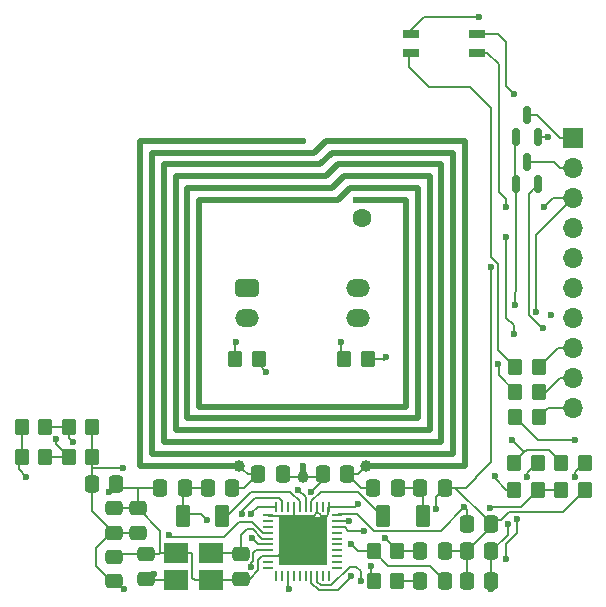
<source format=gbr>
%TF.GenerationSoftware,KiCad,Pcbnew,7.0.11+dfsg-1build4*%
%TF.CreationDate,2026-01-29T22:08:19-05:00*%
%TF.ProjectId,compact-nfc,636f6d70-6163-4742-9d6e-66632e6b6963,rev?*%
%TF.SameCoordinates,Original*%
%TF.FileFunction,Copper,L1,Top*%
%TF.FilePolarity,Positive*%
%FSLAX46Y46*%
G04 Gerber Fmt 4.6, Leading zero omitted, Abs format (unit mm)*
G04 Created by KiCad (PCBNEW 7.0.11+dfsg-1build4) date 2026-01-29 22:08:19*
%MOMM*%
%LPD*%
G01*
G04 APERTURE LIST*
G04 Aperture macros list*
%AMRoundRect*
0 Rectangle with rounded corners*
0 $1 Rounding radius*
0 $2 $3 $4 $5 $6 $7 $8 $9 X,Y pos of 4 corners*
0 Add a 4 corners polygon primitive as box body*
4,1,4,$2,$3,$4,$5,$6,$7,$8,$9,$2,$3,0*
0 Add four circle primitives for the rounded corners*
1,1,$1+$1,$2,$3*
1,1,$1+$1,$4,$5*
1,1,$1+$1,$6,$7*
1,1,$1+$1,$8,$9*
0 Add four rect primitives between the rounded corners*
20,1,$1+$1,$2,$3,$4,$5,0*
20,1,$1+$1,$4,$5,$6,$7,0*
20,1,$1+$1,$6,$7,$8,$9,0*
20,1,$1+$1,$8,$9,$2,$3,0*%
G04 Aperture macros list end*
%TA.AperFunction,EtchedComponent*%
%ADD10C,0.500000*%
%TD*%
%TA.AperFunction,SMDPad,CuDef*%
%ADD11RoundRect,0.250000X0.350000X0.450000X-0.350000X0.450000X-0.350000X-0.450000X0.350000X-0.450000X0*%
%TD*%
%TA.AperFunction,SMDPad,CuDef*%
%ADD12RoundRect,0.250000X0.337500X0.475000X-0.337500X0.475000X-0.337500X-0.475000X0.337500X-0.475000X0*%
%TD*%
%TA.AperFunction,SMDPad,CuDef*%
%ADD13RoundRect,0.250000X-0.350000X-0.450000X0.350000X-0.450000X0.350000X0.450000X-0.350000X0.450000X0*%
%TD*%
%TA.AperFunction,SMDPad,CuDef*%
%ADD14R,2.100000X1.800000*%
%TD*%
%TA.AperFunction,SMDPad,CuDef*%
%ADD15RoundRect,0.250000X-0.337500X-0.475000X0.337500X-0.475000X0.337500X0.475000X-0.337500X0.475000X0*%
%TD*%
%TA.AperFunction,SMDPad,CuDef*%
%ADD16R,1.400000X0.800000*%
%TD*%
%TA.AperFunction,SMDPad,CuDef*%
%ADD17RoundRect,0.250000X0.475000X-0.337500X0.475000X0.337500X-0.475000X0.337500X-0.475000X-0.337500X0*%
%TD*%
%TA.AperFunction,SMDPad,CuDef*%
%ADD18C,1.000000*%
%TD*%
%TA.AperFunction,ComponentPad*%
%ADD19C,0.600000*%
%TD*%
%TA.AperFunction,ComponentPad*%
%ADD20R,1.700000X1.700000*%
%TD*%
%TA.AperFunction,ComponentPad*%
%ADD21O,1.700000X1.700000*%
%TD*%
%TA.AperFunction,SMDPad,CuDef*%
%ADD22RoundRect,0.250000X0.362500X0.700000X-0.362500X0.700000X-0.362500X-0.700000X0.362500X-0.700000X0*%
%TD*%
%TA.AperFunction,SMDPad,CuDef*%
%ADD23RoundRect,0.062500X-0.062500X0.375000X-0.062500X-0.375000X0.062500X-0.375000X0.062500X0.375000X0*%
%TD*%
%TA.AperFunction,SMDPad,CuDef*%
%ADD24RoundRect,0.062500X-0.375000X0.062500X-0.375000X-0.062500X0.375000X-0.062500X0.375000X0.062500X0*%
%TD*%
%TA.AperFunction,HeatsinkPad*%
%ADD25R,4.100000X4.100000*%
%TD*%
%TA.AperFunction,SMDPad,CuDef*%
%ADD26RoundRect,0.250000X-0.475000X0.337500X-0.475000X-0.337500X0.475000X-0.337500X0.475000X0.337500X0*%
%TD*%
%TA.AperFunction,SMDPad,CuDef*%
%ADD27RoundRect,0.250000X-0.362500X-0.700000X0.362500X-0.700000X0.362500X0.700000X-0.362500X0.700000X0*%
%TD*%
%TA.AperFunction,WasherPad*%
%ADD28C,1.600000*%
%TD*%
%TA.AperFunction,ComponentPad*%
%ADD29RoundRect,0.340500X0.659500X-0.409500X0.659500X0.409500X-0.659500X0.409500X-0.659500X-0.409500X0*%
%TD*%
%TA.AperFunction,ComponentPad*%
%ADD30O,2.000000X1.500000*%
%TD*%
%TA.AperFunction,SMDPad,CuDef*%
%ADD31RoundRect,0.150000X0.150000X-0.587500X0.150000X0.587500X-0.150000X0.587500X-0.150000X-0.587500X0*%
%TD*%
%TA.AperFunction,ViaPad*%
%ADD32C,0.600000*%
%TD*%
%TA.AperFunction,Conductor*%
%ADD33C,0.200000*%
%TD*%
G04 APERTURE END LIST*
D10*
%TO.C,L_pcb1*%
X111250000Y-111250000D02*
X111250000Y-138750000D01*
X111250000Y-111250000D02*
X125000000Y-111250000D01*
X111250000Y-138750000D02*
X119600000Y-138750000D01*
X112250000Y-112250000D02*
X112250000Y-137750000D01*
X112250000Y-112250000D02*
X126000000Y-112250000D01*
X112250000Y-137750000D02*
X137750000Y-137750000D01*
X113250000Y-113250000D02*
X113250000Y-136750000D01*
X113250000Y-113250000D02*
X126500000Y-113250000D01*
X113250000Y-136750000D02*
X136750000Y-136750000D01*
X114250000Y-114250000D02*
X114250000Y-135750000D01*
X114250000Y-114250000D02*
X127000000Y-114250000D01*
X114250000Y-135750000D02*
X135750000Y-135750000D01*
X115250000Y-115250000D02*
X115250000Y-134750000D01*
X115250000Y-115250000D02*
X127500000Y-115250000D01*
X115250000Y-134750000D02*
X134750000Y-134750000D01*
X116250000Y-116250000D02*
X116250000Y-133750000D01*
X116250000Y-116250000D02*
X128000000Y-116250000D01*
X116250000Y-133750000D02*
X133750000Y-133750000D01*
X125000000Y-138750000D02*
X125000000Y-139200000D01*
X126000000Y-112250000D02*
X127000000Y-111250000D01*
X126500000Y-113250000D02*
X127500000Y-112250000D01*
X127000000Y-114250000D02*
X128000000Y-113250000D01*
X127500000Y-115250000D02*
X128500000Y-114250000D01*
X128000000Y-116250000D02*
X129000000Y-115250000D01*
X130400000Y-138750000D02*
X138750000Y-138750000D01*
X133750000Y-116250000D02*
X129500000Y-116250000D01*
X133750000Y-116250000D02*
X133750000Y-133750000D01*
X134750000Y-115250000D02*
X129000000Y-115250000D01*
X134750000Y-115250000D02*
X134750000Y-134750000D01*
X135750000Y-114250000D02*
X128500000Y-114250000D01*
X135750000Y-114250000D02*
X135750000Y-135750000D01*
X136750000Y-113250000D02*
X128000000Y-113250000D01*
X136750000Y-113250000D02*
X136750000Y-136750000D01*
X137750000Y-112250000D02*
X127500000Y-112250000D01*
X137750000Y-112250000D02*
X137750000Y-137750000D01*
X138750000Y-111250000D02*
X127000000Y-111250000D01*
X138750000Y-111250000D02*
X138750000Y-138750000D01*
%TD*%
D11*
%TO.P,R7,1*%
%TO.N,Net-(U2-I1)*%
X103200000Y-135500000D03*
%TO.P,R7,2*%
%TO.N,GND*%
X101200000Y-135500000D03*
%TD*%
D12*
%TO.P,C5,1*%
%TO.N,Net-(C3-Pad1)*%
X115037500Y-140650000D03*
%TO.P,C5,2*%
%TO.N,GND*%
X112962500Y-140650000D03*
%TD*%
D11*
%TO.P,R2,1*%
%TO.N,Net-(C8-Pad1)*%
X133000000Y-148500000D03*
%TO.P,R2,2*%
%TO.N,Net-(C3-Pad1)*%
X131000000Y-148500000D03*
%TD*%
%TO.P,R8,1*%
%TO.N,Net-(U2-I0)*%
X103200000Y-138000000D03*
%TO.P,R8,2*%
%TO.N,GND*%
X101200000Y-138000000D03*
%TD*%
D13*
%TO.P,R4,1*%
%TO.N,/RSTPD_N*%
X146900000Y-140800000D03*
%TO.P,R4,2*%
%TO.N,GND*%
X148900000Y-140800000D03*
%TD*%
D11*
%TO.P,R11,1*%
%TO.N,/SENS_LED*%
X121300000Y-129700000D03*
%TO.P,R11,2*%
%TO.N,Net-(R11-Pad2)*%
X119300000Y-129700000D03*
%TD*%
D14*
%TO.P,Y1,1,1*%
%TO.N,Net-(U2-OSCIN)*%
X114300000Y-148450000D03*
%TO.P,Y1,2,2*%
%TO.N,GND*%
X117200000Y-148450000D03*
%TO.P,Y1,3,3*%
%TO.N,Net-(U2-OSCOUT)*%
X117200000Y-146150000D03*
%TO.P,Y1,4,4*%
%TO.N,GND*%
X114300000Y-146150000D03*
%TD*%
D15*
%TO.P,C1,1*%
%TO.N,Net-(C1-Pad1)*%
X121222500Y-139500000D03*
%TO.P,C1,2*%
%TO.N,GND*%
X123297500Y-139500000D03*
%TD*%
%TO.P,C2,1*%
%TO.N,GND*%
X126702500Y-139500000D03*
%TO.P,C2,2*%
%TO.N,Net-(C2-Pad2)*%
X128777500Y-139500000D03*
%TD*%
D12*
%TO.P,C4,1*%
%TO.N,Net-(C4-Pad1)*%
X133037500Y-140650000D03*
%TO.P,C4,2*%
%TO.N,Net-(C2-Pad2)*%
X130962500Y-140650000D03*
%TD*%
D11*
%TO.P,R6,1*%
%TO.N,+3.3V*%
X107200000Y-138000000D03*
%TO.P,R6,2*%
%TO.N,Net-(U2-I0)*%
X105200000Y-138000000D03*
%TD*%
D16*
%TO.P,D1,1,RK*%
%TO.N,Net-(D1-RK)*%
X134200000Y-103800000D03*
%TO.P,D1,2,A*%
%TO.N,VCC*%
X139800000Y-103800000D03*
%TO.P,D1,3,GK*%
%TO.N,Net-(D1-GK)*%
X134200000Y-102200000D03*
%TO.P,D1,4,BK*%
%TO.N,Net-(D1-BK)*%
X139800000Y-102200000D03*
%TD*%
D17*
%TO.P,C13,1*%
%TO.N,+3.3V*%
X109000000Y-144437500D03*
%TO.P,C13,2*%
%TO.N,GND*%
X109000000Y-142362500D03*
%TD*%
D18*
%TO.P,L_pcb1,1,1*%
%TO.N,Net-(C1-Pad1)*%
X119600000Y-138750000D03*
%TO.P,L_pcb1,2,2*%
%TO.N,GND*%
X125000000Y-139700000D03*
%TO.P,L_pcb1,3,3*%
%TO.N,Net-(C2-Pad2)*%
X130400000Y-138750000D03*
D19*
%TO.P,L_pcb1,B*%
%TO.N,N/C*%
X125000000Y-111250000D03*
X129500000Y-116250000D03*
%TO.P,L_pcb1,G*%
X125000000Y-135750000D03*
X125000000Y-138750000D03*
%TD*%
D15*
%TO.P,C12,1*%
%TO.N,VCC*%
X138912500Y-143700000D03*
%TO.P,C12,2*%
%TO.N,GND*%
X140987500Y-143700000D03*
%TD*%
D20*
%TO.P,J1,1,Pin_1*%
%TO.N,Net-(J1-Pin_1)*%
X147900000Y-111000000D03*
D21*
%TO.P,J1,2,Pin_2*%
%TO.N,Net-(J1-Pin_2)*%
X147900000Y-113540000D03*
%TO.P,J1,3,Pin_3*%
%TO.N,VCC*%
X147900000Y-116080000D03*
%TO.P,J1,4,Pin_4*%
%TO.N,GND*%
X147900000Y-118620000D03*
%TO.P,J1,5,Pin_5*%
%TO.N,/SENS_DET*%
X147900000Y-121160000D03*
%TO.P,J1,6,Pin_6*%
%TO.N,/SENS_LED*%
X147900000Y-123700000D03*
%TO.P,J1,7,Pin_7*%
%TO.N,/RSTPD_N*%
X147900000Y-126240000D03*
%TO.P,J1,8,Pin_8*%
%TO.N,/LED_KR*%
X147900000Y-128780000D03*
%TO.P,J1,9,Pin_9*%
%TO.N,/LED_KG*%
X147900000Y-131320000D03*
%TO.P,J1,10,Pin_10*%
%TO.N,/LED_KB*%
X147900000Y-133860000D03*
%TD*%
D11*
%TO.P,R13,1*%
%TO.N,/LED_KR*%
X145000000Y-130400000D03*
%TO.P,R13,2*%
%TO.N,Net-(D1-RK)*%
X143000000Y-130400000D03*
%TD*%
D13*
%TO.P,R9,1*%
%TO.N,+3.3V*%
X142900000Y-138500000D03*
%TO.P,R9,2*%
%TO.N,Net-(Q2-S)*%
X144900000Y-138500000D03*
%TD*%
D22*
%TO.P,L1,1,1*%
%TO.N,Net-(U2-TX2)*%
X118162500Y-143000000D03*
%TO.P,L1,2,2*%
%TO.N,Net-(C3-Pad1)*%
X114837500Y-143000000D03*
%TD*%
D23*
%TO.P,U2,1,DVSS*%
%TO.N,GND*%
X127250000Y-142240000D03*
%TO.P,U2,2,LOADMOD*%
%TO.N,unconnected-(U2-LOADMOD-Pad2)*%
X126750000Y-142240000D03*
%TO.P,U2,3,TVSS1*%
%TO.N,GND*%
X126250000Y-142240000D03*
%TO.P,U2,4,TX1*%
%TO.N,Net-(U2-TX1)*%
X125750000Y-142240000D03*
%TO.P,U2,5,TVDD*%
%TO.N,+3.3V*%
X125250000Y-142240000D03*
%TO.P,U2,6,TX2*%
%TO.N,Net-(U2-TX2)*%
X124750000Y-142240000D03*
%TO.P,U2,7,TVSS2*%
%TO.N,GND*%
X124250000Y-142240000D03*
%TO.P,U2,8,AVDD*%
%TO.N,+3.3V*%
X123750000Y-142240000D03*
%TO.P,U2,9,VMID*%
%TO.N,Net-(U2-VMID)*%
X123250000Y-142240000D03*
%TO.P,U2,10,RX*%
%TO.N,Net-(U2-RX)*%
X122750000Y-142240000D03*
D24*
%TO.P,U2,11,AVSS*%
%TO.N,GND*%
X122062500Y-142927500D03*
%TO.P,U2,12,AUX1*%
%TO.N,/AUX1*%
X122062500Y-143427500D03*
%TO.P,U2,13,AUX2*%
%TO.N,/AUX2*%
X122062500Y-143927500D03*
%TO.P,U2,14,OSCIN*%
%TO.N,Net-(U2-OSCIN)*%
X122062500Y-144427500D03*
%TO.P,U2,15,OSCOUT*%
%TO.N,Net-(U2-OSCOUT)*%
X122062500Y-144927500D03*
%TO.P,U2,16,I0*%
%TO.N,Net-(U2-I0)*%
X122062500Y-145427500D03*
%TO.P,U2,17,I1*%
%TO.N,Net-(U2-I1)*%
X122062500Y-145927500D03*
%TO.P,U2,18,TESTEN*%
%TO.N,GND*%
X122062500Y-146427500D03*
%TO.P,U2,19,P35*%
%TO.N,unconnected-(U2-P35-Pad19)*%
X122062500Y-146927500D03*
%TO.P,U2,20,N.C.*%
%TO.N,unconnected-(U2-N.C.-Pad20)*%
X122062500Y-147427500D03*
D23*
%TO.P,U2,21,N.C.*%
%TO.N,unconnected-(U2-N.C.-Pad21)*%
X122750000Y-148115000D03*
%TO.P,U2,22,N.C.*%
%TO.N,unconnected-(U2-N.C.-Pad22)*%
X123250000Y-148115000D03*
%TO.P,U2,23,PVDD*%
%TO.N,+3.3V*%
X123750000Y-148115000D03*
%TO.P,U2,24,P30/UART_RX*%
%TO.N,/UART_RX*%
X124250000Y-148115000D03*
%TO.P,U2,25,P70_IRQ*%
%TO.N,/IRQ*%
X124750000Y-148115000D03*
%TO.P,U2,26,~{RSTOUT}*%
%TO.N,unconnected-(U2-~{RSTOUT}-Pad26)*%
X125250000Y-148115000D03*
%TO.P,U2,27,NSS/P50_SCL/HSU_RX*%
%TO.N,Net-(Q1-S)*%
X125750000Y-148115000D03*
%TO.P,U2,28,MOSI/SDA/HSU_TX*%
%TO.N,Net-(Q2-S)*%
X126250000Y-148115000D03*
%TO.P,U2,29,MISO/P71*%
%TO.N,/CIPO*%
X126750000Y-148115000D03*
%TO.P,U2,30,SCK/P72*%
%TO.N,/SCK*%
X127250000Y-148115000D03*
D24*
%TO.P,U2,31,P31/UART_TX*%
%TO.N,/UART_TX*%
X127937500Y-147427500D03*
%TO.P,U2,32,P32_INT0*%
%TO.N,unconnected-(U2-P32_INT0-Pad32)*%
X127937500Y-146927500D03*
%TO.P,U2,33,P33_INT1*%
%TO.N,unconnected-(U2-P33_INT1-Pad33)*%
X127937500Y-146427500D03*
%TO.P,U2,34,SIC_CLK/P34*%
%TO.N,unconnected-(U2-SIC_CLK{slash}P34-Pad34)*%
X127937500Y-145927500D03*
%TO.P,U2,35,SIGOUT*%
%TO.N,unconnected-(U2-SIGOUT-Pad35)*%
X127937500Y-145427500D03*
%TO.P,U2,36,SIGIN*%
%TO.N,unconnected-(U2-SIGIN-Pad36)*%
X127937500Y-144927500D03*
%TO.P,U2,37,SVDD*%
%TO.N,unconnected-(U2-SVDD-Pad37)*%
X127937500Y-144427500D03*
%TO.P,U2,38,~{RSTPD}*%
%TO.N,/RSTPD_N*%
X127937500Y-143927500D03*
%TO.P,U2,39,DVDD*%
%TO.N,+3.3V*%
X127937500Y-143427500D03*
%TO.P,U2,40,VBAT*%
%TO.N,VCC*%
X127937500Y-142927500D03*
D25*
%TO.P,U2,41,AVSS*%
%TO.N,GND*%
X125000000Y-145177500D03*
%TD*%
D17*
%TO.P,C17,1*%
%TO.N,GND*%
X119800000Y-148337500D03*
%TO.P,C17,2*%
%TO.N,Net-(U2-OSCOUT)*%
X119800000Y-146262500D03*
%TD*%
D12*
%TO.P,C6,1*%
%TO.N,GND*%
X137037500Y-140650000D03*
%TO.P,C6,2*%
%TO.N,Net-(C4-Pad1)*%
X134962500Y-140650000D03*
%TD*%
%TO.P,C14,1*%
%TO.N,+3.3V*%
X140987500Y-146000000D03*
%TO.P,C14,2*%
%TO.N,GND*%
X138912500Y-146000000D03*
%TD*%
D26*
%TO.P,C16,1*%
%TO.N,GND*%
X111700000Y-146262500D03*
%TO.P,C16,2*%
%TO.N,Net-(U2-OSCIN)*%
X111700000Y-148337500D03*
%TD*%
D15*
%TO.P,C3,1*%
%TO.N,Net-(C3-Pad1)*%
X116962500Y-140650000D03*
%TO.P,C3,2*%
%TO.N,Net-(C1-Pad1)*%
X119037500Y-140650000D03*
%TD*%
D11*
%TO.P,R15,1*%
%TO.N,/LED_KB*%
X145000000Y-134620000D03*
%TO.P,R15,2*%
%TO.N,Net-(D1-BK)*%
X143000000Y-134620000D03*
%TD*%
D15*
%TO.P,C9,1*%
%TO.N,+3.3V*%
X107145000Y-140300000D03*
%TO.P,C9,2*%
%TO.N,GND*%
X109220000Y-140300000D03*
%TD*%
D27*
%TO.P,L2,1,1*%
%TO.N,Net-(U2-TX1)*%
X131837500Y-143000000D03*
%TO.P,L2,2,2*%
%TO.N,Net-(C4-Pad1)*%
X135162500Y-143000000D03*
%TD*%
D13*
%TO.P,R10,1*%
%TO.N,+3.3V*%
X146900000Y-138500000D03*
%TO.P,R10,2*%
%TO.N,Net-(Q1-S)*%
X148900000Y-138500000D03*
%TD*%
D28*
%TO.P,U1,*%
%TO.N,*%
X130045000Y-117770000D03*
D29*
%TO.P,U1,1*%
%TO.N,Net-(R11-Pad2)*%
X120270000Y-123700000D03*
D30*
%TO.P,U1,2*%
%TO.N,GND*%
X120270000Y-126240000D03*
%TO.P,U1,3*%
%TO.N,/SENS_DET*%
X129720000Y-126240000D03*
%TO.P,U1,4*%
%TO.N,GND*%
X129720000Y-123700000D03*
%TD*%
D15*
%TO.P,C8,1*%
%TO.N,Net-(C8-Pad1)*%
X134962500Y-148500000D03*
%TO.P,C8,2*%
%TO.N,Net-(U2-RX)*%
X137037500Y-148500000D03*
%TD*%
D11*
%TO.P,R5,1*%
%TO.N,+3.3V*%
X107200000Y-135500000D03*
%TO.P,R5,2*%
%TO.N,Net-(U2-I1)*%
X105200000Y-135500000D03*
%TD*%
D12*
%TO.P,C7,1*%
%TO.N,GND*%
X137037500Y-146000000D03*
%TO.P,C7,2*%
%TO.N,Net-(U2-VMID)*%
X134962500Y-146000000D03*
%TD*%
D17*
%TO.P,C10,1*%
%TO.N,+3.3V*%
X111050000Y-144437500D03*
%TO.P,C10,2*%
%TO.N,GND*%
X111050000Y-142362500D03*
%TD*%
D13*
%TO.P,R1,1*%
%TO.N,Net-(U2-RX)*%
X131000000Y-146000000D03*
%TO.P,R1,2*%
%TO.N,Net-(U2-VMID)*%
X133000000Y-146000000D03*
%TD*%
D31*
%TO.P,Q1,1,G*%
%TO.N,+3.3V*%
X143050000Y-110937500D03*
%TO.P,Q1,2,S*%
%TO.N,Net-(Q1-S)*%
X144950000Y-110937500D03*
%TO.P,Q1,3,D*%
%TO.N,Net-(J1-Pin_1)*%
X144000000Y-109062500D03*
%TD*%
D17*
%TO.P,C11,1*%
%TO.N,+3.3V*%
X109000000Y-148537500D03*
%TO.P,C11,2*%
%TO.N,GND*%
X109000000Y-146462500D03*
%TD*%
D31*
%TO.P,Q2,1,G*%
%TO.N,+3.3V*%
X143050000Y-114937500D03*
%TO.P,Q2,2,S*%
%TO.N,Net-(Q2-S)*%
X144950000Y-114937500D03*
%TO.P,Q2,3,D*%
%TO.N,Net-(J1-Pin_2)*%
X144000000Y-113062500D03*
%TD*%
D11*
%TO.P,R14,1*%
%TO.N,/LED_KG*%
X145000000Y-132500000D03*
%TO.P,R14,2*%
%TO.N,Net-(D1-GK)*%
X143000000Y-132500000D03*
%TD*%
D13*
%TO.P,R12,1*%
%TO.N,/SENS_DET*%
X128500000Y-129700000D03*
%TO.P,R12,2*%
%TO.N,VCC*%
X130500000Y-129700000D03*
%TD*%
%TO.P,R3,1*%
%TO.N,VCC*%
X142900000Y-140800000D03*
%TO.P,R3,2*%
%TO.N,/RSTPD_N*%
X144900000Y-140800000D03*
%TD*%
D12*
%TO.P,C15,1*%
%TO.N,+3.3V*%
X140987500Y-148500000D03*
%TO.P,C15,2*%
%TO.N,GND*%
X138912500Y-148500000D03*
%TD*%
D32*
%TO.N,GND*%
X101600000Y-139700000D03*
X108585000Y-140970000D03*
%TO.N,Net-(R11-Pad2)*%
X119380000Y-128270000D03*
%TO.N,/SENS_LED*%
X121920000Y-130810000D03*
%TO.N,+3.3V*%
X123825000Y-149200000D03*
X128902600Y-143427500D03*
X140970000Y-149200000D03*
X109855000Y-149200000D03*
X142947265Y-125167265D03*
X109753300Y-138986200D03*
X124620265Y-140809735D03*
X142718500Y-136567000D03*
X146065000Y-126040800D03*
X142353800Y-143660900D03*
%TO.N,VCC*%
X144780000Y-125730000D03*
X141299700Y-139654700D03*
X138688300Y-142266100D03*
X132080000Y-129540000D03*
X142240000Y-116840000D03*
X145415000Y-116840000D03*
%TO.N,Net-(U2-OSCIN)*%
X113665000Y-144613300D03*
X112395000Y-147955000D03*
%TO.N,Net-(Q1-S)*%
X129052965Y-148113965D03*
X145794300Y-110910900D03*
X148092800Y-139705200D03*
%TO.N,/SENS_DET*%
X128270000Y-128270000D03*
%TO.N,Net-(Q2-S)*%
X143978300Y-139705200D03*
X145320400Y-127082200D03*
X129900000Y-148564400D03*
X143179000Y-143268400D03*
X142240000Y-146685000D03*
%TO.N,/RSTPD_N*%
X140870400Y-142349800D03*
X130184700Y-144253200D03*
%TO.N,Net-(U2-I1)*%
X120650000Y-147320000D03*
X105525200Y-136728300D03*
%TO.N,Net-(U2-I0)*%
X104140000Y-136525000D03*
X120680500Y-144914144D03*
%TO.N,GND*%
X136275000Y-142435743D03*
X129704100Y-142005300D03*
X140970000Y-121920000D03*
X125724735Y-140964735D03*
%TO.N,Net-(C3-Pad1)*%
X130828700Y-147273500D03*
X116919765Y-143342635D03*
%TO.N,Net-(U2-VMID)*%
X119848900Y-142875000D03*
X131936800Y-144891300D03*
%TO.N,Net-(U2-RX)*%
X129083386Y-145415000D03*
X120650000Y-142875000D03*
%TO.N,Net-(D1-GK)*%
X139971000Y-100800000D03*
X142240000Y-119380000D03*
X142875000Y-127635000D03*
X141570000Y-130175000D03*
%TO.N,Net-(D1-BK)*%
X148057600Y-136567000D03*
X142875000Y-107281500D03*
%TD*%
D33*
%TO.N,GND*%
X101600000Y-139700000D02*
X100965000Y-139065000D01*
X100965000Y-139065000D02*
X100965000Y-138235000D01*
X100965000Y-138235000D02*
X101200000Y-138000000D01*
X109220000Y-140300000D02*
X109220000Y-140335000D01*
X109220000Y-140335000D02*
X108585000Y-140970000D01*
%TO.N,Net-(U2-OSCIN)*%
X113665000Y-144613300D02*
X113831700Y-144780000D01*
X113831700Y-144780000D02*
X118331529Y-144780000D01*
X118331529Y-144780000D02*
X119601529Y-143510000D01*
X119601529Y-143510000D02*
X120690571Y-143510000D01*
X120690571Y-143510000D02*
X121608071Y-144427500D01*
X121608071Y-144427500D02*
X122062500Y-144427500D01*
%TO.N,GND*%
X114300000Y-146150000D02*
X115651900Y-146150000D01*
X115651900Y-146150000D02*
X115651900Y-148253800D01*
X115651900Y-148253800D02*
X115848100Y-148450000D01*
X117200000Y-148450000D02*
X115848100Y-148450000D01*
%TO.N,Net-(U2-OSCIN)*%
X112395000Y-147955000D02*
X112082500Y-147955000D01*
X112082500Y-147955000D02*
X111700000Y-148337500D01*
%TO.N,Net-(J1-Pin_1)*%
X144810600Y-109062500D02*
X146748100Y-111000000D01*
X144000000Y-109062500D02*
X144810600Y-109062500D01*
X147900000Y-111000000D02*
X146748100Y-111000000D01*
%TO.N,Net-(R11-Pad2)*%
X119300000Y-128350000D02*
X119300000Y-129700000D01*
X119380000Y-128270000D02*
X119300000Y-128350000D01*
%TO.N,Net-(J1-Pin_2)*%
X146270600Y-113062500D02*
X144000000Y-113062500D01*
X147900000Y-113540000D02*
X146748100Y-113540000D01*
X146748100Y-113540000D02*
X146270600Y-113062500D01*
%TO.N,/SENS_LED*%
X121300000Y-129700000D02*
X121300000Y-130190000D01*
X121300000Y-130190000D02*
X121920000Y-130810000D01*
%TO.N,+3.3V*%
X109192500Y-148537500D02*
X109855000Y-149200000D01*
X142353800Y-144633700D02*
X142353800Y-143660900D01*
X107145000Y-142582500D02*
X109000000Y-144437500D01*
X125250000Y-141439470D02*
X125250000Y-142240000D01*
X140987500Y-149182500D02*
X140970000Y-149200000D01*
X107481300Y-145720700D02*
X107481300Y-147232400D01*
X143960400Y-137439600D02*
X145839600Y-137439600D01*
X124620265Y-140809735D02*
X125250000Y-141439470D01*
X140987500Y-146000000D02*
X140987500Y-148500000D01*
X142966800Y-111020700D02*
X142966800Y-114854300D01*
X142718500Y-136567000D02*
X143775800Y-137624200D01*
X109000000Y-144437500D02*
X111050000Y-144437500D01*
X107200000Y-140245000D02*
X107200000Y-138986200D01*
X140987500Y-146000000D02*
X142353800Y-144633700D01*
X107200000Y-135500000D02*
X107200000Y-138000000D01*
X145839600Y-137439600D02*
X146900000Y-138500000D01*
X108786400Y-148537500D02*
X109000000Y-148537500D01*
X107481300Y-147232400D02*
X108786400Y-148537500D01*
X107145000Y-140300000D02*
X107200000Y-140245000D01*
X109000000Y-144437500D02*
X108764500Y-144437500D01*
X142900000Y-138500000D02*
X143775800Y-137624200D01*
X123750000Y-149125000D02*
X123825000Y-149200000D01*
X143050000Y-124000000D02*
X143050000Y-114937500D01*
X143050000Y-110937500D02*
X142966800Y-111020700D01*
X107200000Y-138986200D02*
X109753300Y-138986200D01*
X107200000Y-138986200D02*
X107200000Y-138000000D01*
X108764500Y-144437500D02*
X107481300Y-145720700D01*
X127937500Y-143427500D02*
X128902600Y-143427500D01*
X107145000Y-140300000D02*
X107145000Y-142582500D01*
X140987500Y-148500000D02*
X140987500Y-149182500D01*
X143775800Y-137624200D02*
X143960400Y-137439600D01*
X142966800Y-114854300D02*
X143050000Y-114937500D01*
X142947265Y-124102735D02*
X143050000Y-124000000D01*
X123750000Y-148115000D02*
X123750000Y-149125000D01*
X142947265Y-125167265D02*
X142947265Y-124102735D01*
X109000000Y-148537500D02*
X109192500Y-148537500D01*
%TO.N,VCC*%
X141605000Y-104775000D02*
X141605000Y-107950000D01*
X141605000Y-115570000D02*
X142240000Y-116205000D01*
X139800000Y-103800000D02*
X140630000Y-103800000D01*
X141605000Y-107950000D02*
X141605000Y-115570000D01*
X144780000Y-119200000D02*
X147900000Y-116080000D01*
X141254400Y-139814400D02*
X141254400Y-139700000D01*
X145415000Y-116840000D02*
X146175000Y-116080000D01*
X142240000Y-116205000D02*
X142240000Y-116840000D01*
X131073700Y-144273200D02*
X136681200Y-144273200D01*
X128039400Y-142825600D02*
X129626100Y-142825600D01*
X141605000Y-107950000D02*
X141605000Y-108055000D01*
X131920000Y-129820000D02*
X131920000Y-129700000D01*
X131920000Y-129700000D02*
X132080000Y-129540000D01*
X138912500Y-143700000D02*
X138912500Y-142490300D01*
X127937500Y-142927500D02*
X128039400Y-142825600D01*
X146175000Y-116080000D02*
X147900000Y-116080000D01*
X136681200Y-144273200D02*
X138688300Y-142266100D01*
X144780000Y-125730000D02*
X144780000Y-119200000D01*
X130500000Y-129700000D02*
X131920000Y-129700000D01*
X138912500Y-142490300D02*
X138688300Y-142266100D01*
X142240000Y-140800000D02*
X141254400Y-139814400D01*
X140630000Y-103800000D02*
X141605000Y-104775000D01*
X141254400Y-139700000D02*
X141299700Y-139654700D01*
X129626100Y-142825600D02*
X131073700Y-144273200D01*
%TO.N,Net-(U2-OSCIN)*%
X111700000Y-148337500D02*
X111812500Y-148450000D01*
X111812500Y-148450000D02*
X114300000Y-148450000D01*
%TO.N,Net-(U2-OSCOUT)*%
X120249999Y-144145000D02*
X119800000Y-144594999D01*
X119800000Y-144594999D02*
X119800000Y-146262500D01*
X119800000Y-146262500D02*
X119687500Y-146150000D01*
X120759885Y-144145000D02*
X120249999Y-144145000D01*
X122062500Y-144927500D02*
X121542385Y-144927500D01*
X121542385Y-144927500D02*
X120759885Y-144145000D01*
X119687500Y-146150000D02*
X117200000Y-146150000D01*
%TO.N,Net-(Q1-S)*%
X125750000Y-148672400D02*
X125750000Y-148115000D01*
X129052965Y-148194335D02*
X127966800Y-149280500D01*
X127966800Y-149280500D02*
X126358100Y-149280500D01*
X144976600Y-110910900D02*
X144950000Y-110937500D01*
X148092800Y-139307200D02*
X148900000Y-138500000D01*
X148092800Y-139705200D02*
X148092800Y-139307200D01*
X129052965Y-148113965D02*
X129052965Y-148194335D01*
X126358100Y-149280500D02*
X125750000Y-148672400D01*
X129282900Y-147964400D02*
X129282900Y-147966000D01*
X145794300Y-110910900D02*
X144976600Y-110910900D01*
X129282900Y-147966000D02*
X129282900Y-147964400D01*
%TO.N,/SENS_DET*%
X128270000Y-129470000D02*
X128500000Y-129700000D01*
X128270000Y-128270000D02*
X128270000Y-129470000D01*
%TO.N,Net-(Q2-S)*%
X142240000Y-146685000D02*
X142240000Y-145415000D01*
X126560300Y-148878600D02*
X126250000Y-148568300D01*
X144950000Y-114937500D02*
X144145000Y-115742500D01*
X142240000Y-145415000D02*
X143179000Y-144476000D01*
X129900000Y-148564400D02*
X129932300Y-148532100D01*
X143978300Y-139421700D02*
X143978300Y-139705200D01*
X144145000Y-115742500D02*
X144145000Y-125964600D01*
X145262600Y-127082200D02*
X145320400Y-127082200D01*
X144900000Y-138500000D02*
X143978300Y-139421700D01*
X126250000Y-148568300D02*
X126250000Y-148115000D01*
X129932300Y-147701500D02*
X129538200Y-147307400D01*
X143179000Y-144476000D02*
X143179000Y-143268400D01*
X129538200Y-147307400D02*
X129011000Y-147307400D01*
X129932300Y-148532100D02*
X129932300Y-147701500D01*
X144145000Y-125964600D02*
X145262600Y-127082200D01*
X127439800Y-148878600D02*
X126560300Y-148878600D01*
X129011000Y-147307400D02*
X127439800Y-148878600D01*
%TO.N,/RSTPD_N*%
X128551500Y-143927500D02*
X128877200Y-144253200D01*
X128877200Y-144253200D02*
X130184700Y-144253200D01*
X140870400Y-142349800D02*
X140997200Y-142223000D01*
X127937500Y-143927500D02*
X128551500Y-143927500D01*
X144900000Y-140800000D02*
X146900000Y-140800000D01*
X140997200Y-142223000D02*
X143477000Y-142223000D01*
X143477000Y-142223000D02*
X144900000Y-140800000D01*
%TO.N,Net-(U2-I1)*%
X120825000Y-146172500D02*
X121070000Y-145927500D01*
X121070000Y-145927500D02*
X122062500Y-145927500D01*
X103200000Y-135500000D02*
X105200000Y-135500000D01*
X120650000Y-147320000D02*
X120650000Y-147009744D01*
X120825000Y-146834744D02*
X120825000Y-146172500D01*
X105200000Y-136403100D02*
X105200000Y-135500000D01*
X105525200Y-136728300D02*
X105200000Y-136403100D01*
X120650000Y-147009744D02*
X120825000Y-146834744D01*
%TO.N,Net-(U2-I0)*%
X104140000Y-136940000D02*
X105200000Y-138000000D01*
X104140000Y-136525000D02*
X104140000Y-136940000D01*
X121193856Y-145427500D02*
X120680500Y-144914144D01*
X103200000Y-138000000D02*
X105200000Y-138000000D01*
X122062500Y-145427500D02*
X121193856Y-145427500D01*
%TO.N,Net-(C1-Pad1)*%
X120072000Y-140650000D02*
X121222000Y-139500000D01*
X119037500Y-140650000D02*
X119038000Y-140650000D01*
X121222000Y-139500000D02*
X120350000Y-139500000D01*
X121222500Y-139500000D02*
X121222000Y-139500000D01*
X119600000Y-138750000D02*
X119989000Y-139139000D01*
X119038000Y-140650000D02*
X120072000Y-140650000D01*
X120350000Y-139500000D02*
X119989000Y-139139000D01*
%TO.N,GND*%
X121542500Y-146427500D02*
X121250000Y-146720000D01*
X140987500Y-143700000D02*
X141292400Y-143395100D01*
X137923400Y-140650000D02*
X137037500Y-140650000D01*
X109200000Y-146262500D02*
X111700000Y-146262500D01*
X111700000Y-146262500D02*
X112835600Y-146262500D01*
X127250000Y-142240000D02*
X129469400Y-142240000D01*
X126702000Y-139500000D02*
X126577000Y-139625000D01*
X112948100Y-144260500D02*
X112948100Y-146150000D01*
X137037500Y-140650000D02*
X138823909Y-140650000D01*
X119687600Y-148450000D02*
X119687600Y-148449900D01*
X124250000Y-142979600D02*
X124250000Y-142240000D01*
X113624100Y-146150000D02*
X112948100Y-146150000D01*
X109570000Y-140650000D02*
X109220000Y-140300000D01*
X125000000Y-139700000D02*
X125000000Y-139750000D01*
X122875000Y-146427500D02*
X122062500Y-146427500D01*
X111050000Y-142362500D02*
X111050000Y-140650000D01*
X138823909Y-140650000D02*
X139700000Y-139773909D01*
X148900000Y-140800000D02*
X147056900Y-142643100D01*
X126524600Y-142978000D02*
X126250000Y-142703400D01*
X142511400Y-142643100D02*
X141759400Y-143395100D01*
X124250000Y-142979600D02*
X125973800Y-142979600D01*
X111050000Y-142362500D02*
X109000000Y-142362500D01*
X126534700Y-142978000D02*
X126524600Y-142978000D01*
X122062500Y-142927500D02*
X122114600Y-142979600D01*
X122114600Y-142979600D02*
X124250000Y-142979600D01*
X138912500Y-146000000D02*
X140987500Y-143925000D01*
X126702500Y-139500000D02*
X126702500Y-139986970D01*
X125000000Y-139750000D02*
X123548000Y-139750000D01*
X117200000Y-148450000D02*
X119687600Y-148450000D01*
X126702500Y-139986970D02*
X125724735Y-140964735D01*
X127025300Y-142979600D02*
X126536300Y-142979600D01*
X112962500Y-140650000D02*
X111050000Y-140650000D01*
X147056900Y-142643100D02*
X142511400Y-142643100D01*
X124250000Y-145052500D02*
X124250000Y-142979600D01*
X121250000Y-147612500D02*
X120525000Y-148337500D01*
X127250000Y-142240000D02*
X127177100Y-142312900D01*
X125000000Y-145177500D02*
X124375000Y-145177500D01*
X138912500Y-148500000D02*
X138912500Y-146000000D01*
X120525000Y-148337500D02*
X119800000Y-148337500D01*
X123423000Y-139625000D02*
X123422500Y-139625000D01*
X140970000Y-138430000D02*
X140970000Y-121920000D01*
X125973800Y-142979600D02*
X126250000Y-142703400D01*
X109000000Y-146462500D02*
X109200000Y-146262500D01*
X101200000Y-138000000D02*
X101200000Y-135500000D01*
X126577000Y-139625000D02*
X126577500Y-139625000D01*
X140668500Y-143395100D02*
X137923400Y-140650000D01*
X111050000Y-142362500D02*
X112948000Y-144260500D01*
X123422500Y-139625000D02*
X123297500Y-139500000D01*
X119687600Y-148449900D02*
X119800000Y-148337500D01*
X126577500Y-139625000D02*
X126702500Y-139500000D01*
X140987500Y-143925000D02*
X140987500Y-143700000D01*
X127177100Y-142827800D02*
X127025300Y-142979600D01*
X123548000Y-139750000D02*
X123423000Y-139625000D01*
X111439100Y-140650000D02*
X112962500Y-140650000D01*
X126536300Y-142979600D02*
X126534700Y-142978000D01*
X111050000Y-140650000D02*
X109570000Y-140650000D01*
X126577000Y-139625000D02*
X126452000Y-139750000D01*
X136275000Y-141412500D02*
X137037500Y-140650000D01*
X112948000Y-144260500D02*
X112948100Y-144260500D01*
X127177100Y-142312900D02*
X127177100Y-142827800D01*
X113624100Y-146150000D02*
X114300000Y-146150000D01*
X124250000Y-145052500D02*
X122875000Y-146427500D01*
X137037500Y-146000000D02*
X138912500Y-146000000D01*
X139700000Y-139700000D02*
X140970000Y-138430000D01*
X112835600Y-146262500D02*
X112948100Y-146150000D01*
X124375000Y-145177500D02*
X124250000Y-145052500D01*
X139700000Y-139773909D02*
X139700000Y-139700000D01*
X129469400Y-142240000D02*
X129704100Y-142005300D01*
X126250000Y-142703400D02*
X126250000Y-142240000D01*
X126452000Y-139750000D02*
X125000000Y-139750000D01*
X136275000Y-142435743D02*
X136275000Y-141412500D01*
X123423000Y-139625000D02*
X123298000Y-139500000D01*
X141759400Y-143395100D02*
X140668500Y-143395100D01*
X122062500Y-146427500D02*
X121542500Y-146427500D01*
X141292400Y-143395100D02*
X141759400Y-143395100D01*
X121250000Y-146720000D02*
X121250000Y-147612500D01*
%TO.N,Net-(C3-Pad1)*%
X114838000Y-142238000D02*
X114838000Y-140850000D01*
X114837500Y-142238500D02*
X114837500Y-143000000D01*
X116386630Y-142809500D02*
X114838000Y-142809500D01*
X116919765Y-143342635D02*
X116386630Y-142809500D01*
X114838000Y-140850000D02*
X115037800Y-140650200D01*
X115037800Y-140650200D02*
X115038000Y-140650000D01*
X131000000Y-148500000D02*
X130828700Y-148328700D01*
X115037500Y-140650000D02*
X115037600Y-140650000D01*
X130828700Y-148328700D02*
X130828700Y-147273500D01*
X114838000Y-143000000D02*
X114838000Y-142809500D01*
X116962500Y-140650000D02*
X116962000Y-140650000D01*
X115037600Y-140650000D02*
X115037800Y-140650200D01*
X115038000Y-140650000D02*
X116962000Y-140650000D01*
X114838000Y-142238000D02*
X114837500Y-142238500D01*
X114838000Y-142809500D02*
X114838000Y-142238000D01*
%TO.N,Net-(C4-Pad1)*%
X135162000Y-143000000D02*
X135162000Y-142238000D01*
X134962000Y-140650000D02*
X133038000Y-140650000D01*
X133037500Y-140650000D02*
X133038000Y-140650000D01*
X134962500Y-140650000D02*
X134962300Y-140650200D01*
X135162000Y-142238000D02*
X135162500Y-142238500D01*
X134962300Y-140650200D02*
X134962000Y-140650000D01*
X135162000Y-142238000D02*
X135162000Y-140850000D01*
X135162500Y-142238500D02*
X135162500Y-143000000D01*
X135162000Y-140850000D02*
X134962300Y-140650200D01*
%TO.N,Net-(U2-TX1)*%
X131712000Y-143000000D02*
X129682000Y-140970000D01*
X125750000Y-141788000D02*
X125750000Y-142240000D01*
X126568000Y-140970000D02*
X125750000Y-141788000D01*
X129682000Y-140970000D02*
X126568000Y-140970000D01*
X131838000Y-143000000D02*
X131837500Y-143000000D01*
X131837500Y-143000000D02*
X131712000Y-143000000D01*
%TO.N,Net-(U2-TX2)*%
X123932000Y-140970000D02*
X124750000Y-141788000D01*
X118162500Y-143000000D02*
X118559000Y-143000000D01*
X120589000Y-140970000D02*
X123932000Y-140970000D01*
X118162000Y-143000000D02*
X118162500Y-143000000D01*
X118559000Y-143000000D02*
X120589000Y-140970000D01*
X124750000Y-141788000D02*
X124750000Y-142240000D01*
%TO.N,Net-(U2-VMID)*%
X119848900Y-142604900D02*
X120978300Y-141475500D01*
X120978300Y-141475500D02*
X122996100Y-141475500D01*
X122996100Y-141475500D02*
X123250000Y-141729400D01*
X123250000Y-141729400D02*
X123250000Y-142240000D01*
X134962500Y-146000000D02*
X133000000Y-146000000D01*
X133000000Y-145954500D02*
X133000000Y-146000000D01*
X119848900Y-142875000D02*
X119848900Y-142604900D01*
X131936800Y-144891300D02*
X133000000Y-145954500D01*
%TO.N,Net-(C8-Pad1)*%
X134962500Y-148500000D02*
X133000000Y-148500000D01*
%TO.N,Net-(U2-RX)*%
X137037500Y-148500000D02*
X135765900Y-147228400D01*
X129668386Y-146000000D02*
X131000000Y-146000000D01*
X121203050Y-142240000D02*
X122750000Y-142240000D01*
X120650000Y-142793050D02*
X121203050Y-142240000D01*
X129083386Y-145415000D02*
X129668386Y-146000000D01*
X120650000Y-142875000D02*
X120650000Y-142793050D01*
X132228400Y-147228400D02*
X131000000Y-146000000D01*
X135765900Y-147228400D02*
X132228400Y-147228400D01*
%TO.N,Net-(C2-Pad2)*%
X128778000Y-139500000D02*
X129650000Y-139500000D01*
X130962000Y-140650000D02*
X129928000Y-140650000D01*
X129928000Y-140650000D02*
X128778000Y-139500000D01*
X129650000Y-139500000D02*
X130011000Y-139139000D01*
X130400000Y-138750000D02*
X130011000Y-139139000D01*
X130962500Y-140650000D02*
X130962000Y-140650000D01*
X128777500Y-139500000D02*
X128778000Y-139500000D01*
%TO.N,/LED_KR*%
X147900000Y-128780000D02*
X146620000Y-128780000D01*
X146620000Y-128780000D02*
X145000000Y-130400000D01*
%TO.N,Net-(D1-RK)*%
X135697121Y-106680000D02*
X139189622Y-106680000D01*
X141570000Y-121671471D02*
X141570000Y-128970000D01*
X133985000Y-104015000D02*
X133985000Y-104967879D01*
X141570000Y-128970000D02*
X143000000Y-130400000D01*
X134200000Y-103800000D02*
X133985000Y-104015000D01*
X139189622Y-106680000D02*
X140970000Y-108460378D01*
X133985000Y-104967879D02*
X135697121Y-106680000D01*
X140970000Y-121071471D02*
X141570000Y-121671471D01*
X140970000Y-108460378D02*
X140970000Y-121071471D01*
%TO.N,Net-(D1-GK)*%
X143000000Y-132500000D02*
X141605000Y-131105000D01*
X134200000Y-101894243D02*
X134200000Y-102200000D01*
X142875000Y-127635000D02*
X142875000Y-126882900D01*
X141605000Y-131105000D02*
X141605000Y-130175000D01*
X141605000Y-130175000D02*
X141570000Y-130175000D01*
X142240000Y-119380000D02*
X142240000Y-126247900D01*
X135294243Y-100800000D02*
X134200000Y-101894243D01*
X142875000Y-126882900D02*
X142240000Y-126247900D01*
X139971000Y-100800000D02*
X135294243Y-100800000D01*
%TO.N,Net-(D1-BK)*%
X142240000Y-106646500D02*
X142240000Y-102870000D01*
X141570000Y-102200000D02*
X139800000Y-102200000D01*
X142240000Y-102870000D02*
X141570000Y-102200000D01*
X142875000Y-107281500D02*
X142240000Y-106646500D01*
X144947000Y-136567000D02*
X148057600Y-136567000D01*
X143000000Y-134620000D02*
X144947000Y-136567000D01*
%TO.N,/LED_KG*%
X147900000Y-131320000D02*
X146748100Y-131320000D01*
X145568100Y-132500000D02*
X145000000Y-132500000D01*
X146748100Y-131320000D02*
X145568100Y-132500000D01*
%TO.N,/LED_KB*%
X145000000Y-134620000D02*
X145760000Y-133860000D01*
X145760000Y-133860000D02*
X147900000Y-133860000D01*
%TD*%
M02*

</source>
